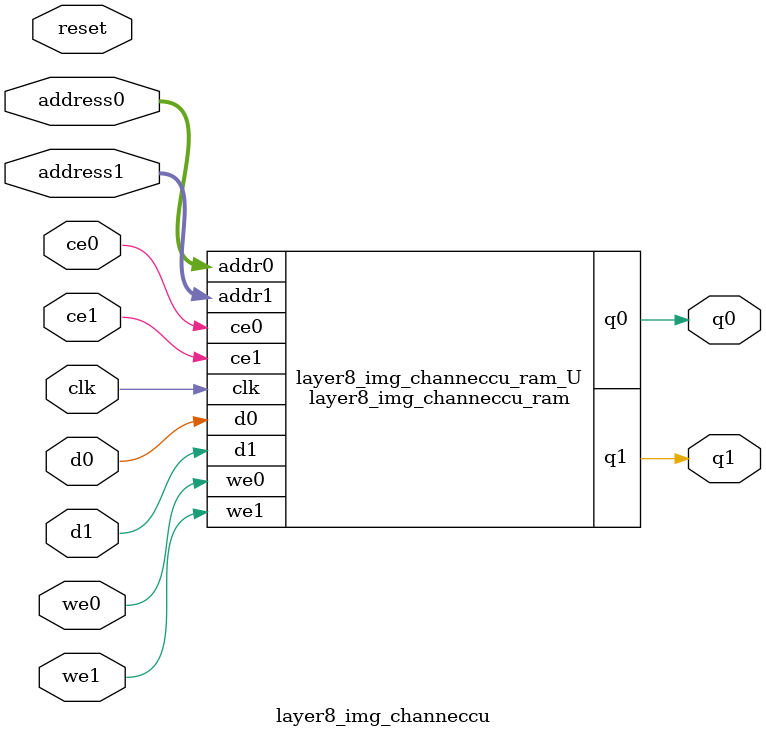
<source format=v>
`timescale 1 ns / 1 ps
module layer8_img_channeccu_ram (addr0, ce0, d0, we0, q0, addr1, ce1, d1, we1, q1,  clk);

parameter DWIDTH = 1;
parameter AWIDTH = 15;
parameter MEM_SIZE = 18480;

input[AWIDTH-1:0] addr0;
input ce0;
input[DWIDTH-1:0] d0;
input we0;
output reg[DWIDTH-1:0] q0;
input[AWIDTH-1:0] addr1;
input ce1;
input[DWIDTH-1:0] d1;
input we1;
output reg[DWIDTH-1:0] q1;
input clk;

(* ram_style = "block" *)reg [DWIDTH-1:0] ram[0:MEM_SIZE-1];




always @(posedge clk)  
begin 
    if (ce0) 
    begin
        if (we0) 
        begin 
            ram[addr0] <= d0; 
        end 
        q0 <= ram[addr0];
    end
end


always @(posedge clk)  
begin 
    if (ce1) 
    begin
        if (we1) 
        begin 
            ram[addr1] <= d1; 
        end 
        q1 <= ram[addr1];
    end
end


endmodule

`timescale 1 ns / 1 ps
module layer8_img_channeccu(
    reset,
    clk,
    address0,
    ce0,
    we0,
    d0,
    q0,
    address1,
    ce1,
    we1,
    d1,
    q1);

parameter DataWidth = 32'd1;
parameter AddressRange = 32'd18480;
parameter AddressWidth = 32'd15;
input reset;
input clk;
input[AddressWidth - 1:0] address0;
input ce0;
input we0;
input[DataWidth - 1:0] d0;
output[DataWidth - 1:0] q0;
input[AddressWidth - 1:0] address1;
input ce1;
input we1;
input[DataWidth - 1:0] d1;
output[DataWidth - 1:0] q1;



layer8_img_channeccu_ram layer8_img_channeccu_ram_U(
    .clk( clk ),
    .addr0( address0 ),
    .ce0( ce0 ),
    .we0( we0 ),
    .d0( d0 ),
    .q0( q0 ),
    .addr1( address1 ),
    .ce1( ce1 ),
    .we1( we1 ),
    .d1( d1 ),
    .q1( q1 ));

endmodule


</source>
